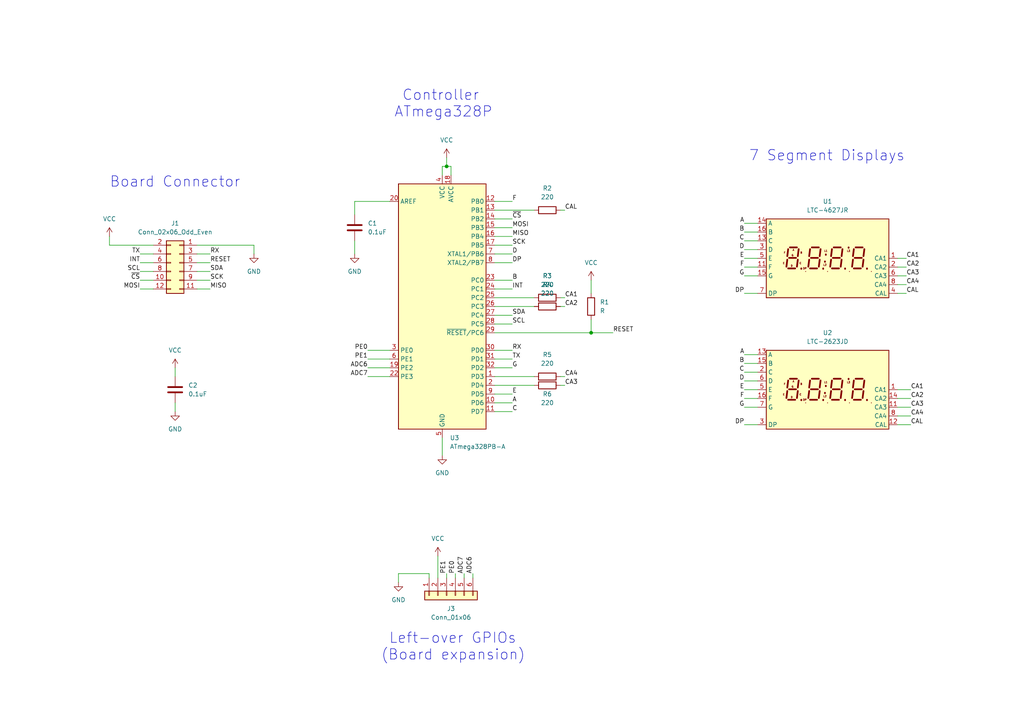
<source format=kicad_sch>
(kicad_sch (version 20230121) (generator eeschema)
  (paper "A4")
  (lib_symbols
    (symbol "7seg_lib:LTC-2623JD"
      (property "Reference" "U" (at -17.78 12.7 0))
      (property "Value" "LTC-2623JD" (at 17.78 12.7 0))
      (symbol "LTC-2623JD_0_1"
        (rectangle (start -17.78 11.43) (end 17.78 -11.43) (stroke (width 0.254)) (fill (type background)))
        (rectangle (start -6.35 -3.81) (end -6.35 -3.81) (stroke (width 0.254)))
        (rectangle (start 0 -3.81) (end 0 -3.81) (stroke (width 0.254)))
        (polyline (pts (xy -6.35 -3.81) (xy -6.35 -3.81)) (stroke (width 0.254)))
        (polyline (pts (xy 0 -3.81) (xy 0 -3.81)) (stroke (width 0.254)))
        (polyline (pts (xy 6.35 -3.81) (xy 6.35 -3.81)) (stroke (width 0.254)))
        (polyline (pts (xy 12.7 -3.81) (xy 12.7 -3.81)) (stroke (width 0.254)))
        (rectangle (start 6.35 -3.81) (end 6.35 -3.81) (stroke (width 0.254)))
        (rectangle (start 12.7 -3.81) (end 12.7 -3.81) (stroke (width 0.254)))
      )
      (symbol "LTC-2623JD_1_0"
        (text "A" (at -9.906 2.413 0) (effects (font (size 0.508 0.508))))
        (text "B" (at -7.62 1.651 0) (effects (font (size 0.508 0.508))))
        (text "C" (at -7.874 -1.397 0) (effects (font (size 0.508 0.508))))
        (text "D" (at -10.414 -2.159 0) (effects (font (size 0.508 0.508))))
        (text "DP" (at -6.604 -2.921 0) (effects (font (size 0.508 0.508))))
        (text "E" (at -12.7 -1.397 0) (effects (font (size 0.508 0.508))))
        (text "F" (at -12.446 1.651 0) (effects (font (size 0.508 0.508))))
        (text "G" (at -10.16 0.889 0) (effects (font (size 0.508 0.508))))
        (text "L1" (at -0.508 2.159 0) (effects (font (size 0.508 0.508))))
        (text "L2" (at -0.762 -1.905 0) (effects (font (size 0.508 0.508))))
        (text "L3" (at 6.096 2.159 0) (effects (font (size 0.508 0.508))))
      )
      (symbol "LTC-2623JD_1_1"
        (polyline (pts (xy -11.684 -0.381) (xy -11.938 -2.413)) (stroke (width 0.508)))
        (polyline (pts (xy -11.43 -2.921) (xy -9.398 -2.921)) (stroke (width 0.508)))
        (polyline (pts (xy -11.43 2.667) (xy -11.684 0.635)) (stroke (width 0.508)))
        (polyline (pts (xy -11.176 0.127) (xy -9.144 0.127)) (stroke (width 0.508)))
        (polyline (pts (xy -10.922 3.175) (xy -8.89 3.175)) (stroke (width 0.508)))
        (polyline (pts (xy -8.636 -0.381) (xy -8.89 -2.413)) (stroke (width 0.508)))
        (polyline (pts (xy -8.382 2.667) (xy -8.636 0.635)) (stroke (width 0.508)))
        (polyline (pts (xy -7.62 -3.048) (xy -7.62 -2.921)) (stroke (width 0.508)))
        (polyline (pts (xy -5.334 -0.381) (xy -5.588 -2.413)) (stroke (width 0.508)))
        (polyline (pts (xy -5.08 -2.921) (xy -3.048 -2.921)) (stroke (width 0.508)))
        (polyline (pts (xy -5.08 2.667) (xy -5.334 0.635)) (stroke (width 0.508)))
        (polyline (pts (xy -4.826 0.127) (xy -2.794 0.127)) (stroke (width 0.508)))
        (polyline (pts (xy -4.572 3.175) (xy -2.54 3.175)) (stroke (width 0.508)))
        (polyline (pts (xy -2.286 -0.381) (xy -2.54 -2.413)) (stroke (width 0.508)))
        (polyline (pts (xy -2.032 2.667) (xy -2.286 0.635)) (stroke (width 0.508)))
        (polyline (pts (xy -1.27 -3.048) (xy -1.27 -2.921)) (stroke (width 0.508)))
        (polyline (pts (xy -0.762 -1.016) (xy -0.762 -0.889)) (stroke (width 0.508)))
        (polyline (pts (xy -0.508 1.016) (xy -0.508 1.143)) (stroke (width 0.508)))
        (polyline (pts (xy 1.016 -0.381) (xy 0.762 -2.413)) (stroke (width 0.508)))
        (polyline (pts (xy 1.27 -2.921) (xy 3.302 -2.921)) (stroke (width 0.508)))
        (polyline (pts (xy 1.27 2.667) (xy 1.016 0.635)) (stroke (width 0.508)))
        (polyline (pts (xy 1.524 0.127) (xy 3.556 0.127)) (stroke (width 0.508)))
        (polyline (pts (xy 1.778 3.175) (xy 3.81 3.175)) (stroke (width 0.508)))
        (polyline (pts (xy 4.064 -0.381) (xy 3.81 -2.413)) (stroke (width 0.508)))
        (polyline (pts (xy 4.318 2.667) (xy 4.064 0.635)) (stroke (width 0.508)))
        (polyline (pts (xy 5.08 -3.048) (xy 5.08 -2.921)) (stroke (width 0.508)))
        (polyline (pts (xy 6.096 3.048) (xy 6.096 3.175)) (stroke (width 0.508)))
        (polyline (pts (xy 7.366 -0.381) (xy 7.112 -2.413)) (stroke (width 0.508)))
        (polyline (pts (xy 7.62 -2.921) (xy 9.652 -2.921)) (stroke (width 0.508)))
        (polyline (pts (xy 7.62 2.667) (xy 7.366 0.635)) (stroke (width 0.508)))
        (polyline (pts (xy 7.874 0.127) (xy 9.906 0.127)) (stroke (width 0.508)))
        (polyline (pts (xy 8.128 3.175) (xy 10.16 3.175)) (stroke (width 0.508)))
        (polyline (pts (xy 10.414 -0.381) (xy 10.16 -2.413)) (stroke (width 0.508)))
        (polyline (pts (xy 10.668 2.667) (xy 10.414 0.635)) (stroke (width 0.508)))
        (polyline (pts (xy 11.43 -3.048) (xy 11.43 -2.921)) (stroke (width 0.508)))
        (pin input line (at 20.32 0 180) (length 2.54) (name "CA1") (number "1"))
        (pin input line (at 20.32 -5.08 180) (length 2.54) (name "CA3") (number "11"))
        (pin input line (at 20.32 -10.16 180) (length 2.54) (name "CAL") (number "12"))
        (pin input line (at -20.32 10.16 0) (length 2.54) (name "A") (number "13"))
        (pin input line (at 20.32 -2.54 180) (length 2.54) (name "CA2") (number "14"))
        (pin input line (at -20.32 7.62 0) (length 2.54) (name "B") (number "15"))
        (pin input line (at -20.32 -2.54 0) (length 2.54) (name "F") (number "16"))
        (pin input line (at -20.32 5.08 0) (length 2.54) (name "C") (number "2"))
        (pin input line (at -20.32 -10.16 0) (length 2.54) (name "DP") (number "3"))
        (pin no_connect line (at 17.78 7.62 180) (length 2.54) hide (name "NC") (number "4"))
        (pin input line (at -20.32 0 0) (length 2.54) (name "E") (number "5"))
        (pin input line (at -20.32 2.54 0) (length 2.54) (name "D") (number "6"))
        (pin input line (at -20.32 -5.08 0) (length 2.54) (name "G") (number "7"))
        (pin input line (at 20.32 -7.62 180) (length 2.54) (name "CA4") (number "8"))
        (pin no_connect line (at 17.78 5.08 180) (length 2.54) hide (name "NC") (number "9"))
      )
    )
    (symbol "Connector_Generic:Conn_01x06" (pin_names (offset 1.016) hide)
      (property "Reference" "J" (at 0 7.62 0))
      (property "Value" "Conn_01x06" (at 0 -10.16 0))
      (symbol "Conn_01x06_1_1"
        (rectangle (start -1.27 -7.493) (end 0 -7.747) (stroke (width 0.1524)))
        (rectangle (start -1.27 -4.953) (end 0 -5.207) (stroke (width 0.1524)))
        (rectangle (start -1.27 -2.413) (end 0 -2.667) (stroke (width 0.1524)))
        (rectangle (start -1.27 0.127) (end 0 -0.127) (stroke (width 0.1524)))
        (rectangle (start -1.27 2.667) (end 0 2.413) (stroke (width 0.1524)))
        (rectangle (start -1.27 5.207) (end 0 4.953) (stroke (width 0.1524)))
        (rectangle (start -1.27 6.35) (end 1.27 -8.89) (stroke (width 0.254)) (fill (type background)))
        (pin passive line (at -5.08 5.08 0) (length 3.81) (name "Pin_1") (number "1"))
        (pin passive line (at -5.08 2.54 0) (length 3.81) (name "Pin_2") (number "2"))
        (pin passive line (at -5.08 0 0) (length 3.81) (name "Pin_3") (number "3"))
        (pin passive line (at -5.08 -2.54 0) (length 3.81) (name "Pin_4") (number "4"))
        (pin passive line (at -5.08 -5.08 0) (length 3.81) (name "Pin_5") (number "5"))
        (pin passive line (at -5.08 -7.62 0) (length 3.81) (name "Pin_6") (number "6"))
      )
    )
    (symbol "Connector_Generic:Conn_02x06_Odd_Even" (pin_names (offset 1.016) hide)
      (property "Reference" "J" (at 1.27 7.62 0))
      (property "Value" "Conn_02x06_Odd_Even" (at 1.27 -10.16 0))
      (symbol "Conn_02x06_Odd_Even_1_1"
        (rectangle (start -1.27 -7.493) (end 0 -7.747) (stroke (width 0.1524)))
        (rectangle (start -1.27 -4.953) (end 0 -5.207) (stroke (width 0.1524)))
        (rectangle (start -1.27 -2.413) (end 0 -2.667) (stroke (width 0.1524)))
        (rectangle (start -1.27 0.127) (end 0 -0.127) (stroke (width 0.1524)))
        (rectangle (start -1.27 2.667) (end 0 2.413) (stroke (width 0.1524)))
        (rectangle (start -1.27 5.207) (end 0 4.953) (stroke (width 0.1524)))
        (rectangle (start -1.27 6.35) (end 3.81 -8.89) (stroke (width 0.254)) (fill (type background)))
        (rectangle (start 3.81 -7.493) (end 2.54 -7.747) (stroke (width 0.1524)))
        (rectangle (start 3.81 -4.953) (end 2.54 -5.207) (stroke (width 0.1524)))
        (rectangle (start 3.81 -2.413) (end 2.54 -2.667) (stroke (width 0.1524)))
        (rectangle (start 3.81 0.127) (end 2.54 -0.127) (stroke (width 0.1524)))
        (rectangle (start 3.81 2.667) (end 2.54 2.413) (stroke (width 0.1524)))
        (rectangle (start 3.81 5.207) (end 2.54 4.953) (stroke (width 0.1524)))
        (pin passive line (at -5.08 5.08 0) (length 3.81) (name "Pin_1") (number "1"))
        (pin passive line (at 7.62 -5.08 180) (length 3.81) (name "Pin_10") (number "10"))
        (pin passive line (at -5.08 -7.62 0) (length 3.81) (name "Pin_11") (number "11"))
        (pin passive line (at 7.62 -7.62 180) (length 3.81) (name "Pin_12") (number "12"))
        (pin passive line (at 7.62 5.08 180) (length 3.81) (name "Pin_2") (number "2"))
        (pin passive line (at -5.08 2.54 0) (length 3.81) (name "Pin_3") (number "3"))
        (pin passive line (at 7.62 2.54 180) (length 3.81) (name "Pin_4") (number "4"))
        (pin passive line (at -5.08 0 0) (length 3.81) (name "Pin_5") (number "5"))
        (pin passive line (at 7.62 0 180) (length 3.81) (name "Pin_6") (number "6"))
        (pin passive line (at -5.08 -2.54 0) (length 3.81) (name "Pin_7") (number "7"))
        (pin passive line (at 7.62 -2.54 180) (length 3.81) (name "Pin_8") (number "8"))
        (pin passive line (at -5.08 -5.08 0) (length 3.81) (name "Pin_9") (number "9"))
      )
    )
    (symbol "Device:C" (pin_numbers hide) (pin_names (offset 0.254))
      (property "Reference" "C" (at 0.635 2.54 0))
      (property "Value" "C" (at 0.635 -2.54 0))
      (symbol "C_0_1"
        (polyline (pts (xy -2.032 -0.762) (xy 2.032 -0.762)) (stroke (width 0.508)))
        (polyline (pts (xy -2.032 0.762) (xy 2.032 0.762)) (stroke (width 0.508)))
      )
      (symbol "C_1_1"
        (pin passive line (at 0 3.81 270) (length 2.794) (name "~") (number "1"))
        (pin passive line (at 0 -3.81 90) (length 2.794) (name "~") (number "2"))
      )
    )
    (symbol "Device:R" (pin_numbers hide) (pin_names (offset 0))
      (property "Reference" "R" (at 2.032 0 90))
      (property "Value" "R" (at 0 0 90))
      (symbol "R_0_1"
        (rectangle (start -1.016 -2.54) (end 1.016 2.54) (stroke (width 0.254)))
      )
      (symbol "R_1_1"
        (pin passive line (at 0 3.81 270) (length 1.27) (name "~") (number "1"))
        (pin passive line (at 0 -3.81 90) (length 1.27) (name "~") (number "2"))
      )
    )
    (symbol "Display_Character:LTC-4627JR"
      (property "Reference" "U" (at -17.78 12.7 0))
      (property "Value" "LTC-4627JR" (at 17.78 12.7 0))
      (symbol "LTC-4627JR_0_1"
        (rectangle (start -17.78 -11.43) (end 17.78 11.43) (stroke (width 0.254)) (fill (type background)))
        (rectangle (start -6.35 -3.81) (end -6.35 -3.81) (stroke (width 0.254)))
        (rectangle (start 0 -3.81) (end 0 -3.81) (stroke (width 0.254)))
        (polyline (pts (xy -6.35 -3.81) (xy -6.35 -3.81)) (stroke (width 0.254)))
        (polyline (pts (xy 0 -3.81) (xy 0 -3.81)) (stroke (width 0.254)))
        (polyline (pts (xy 6.35 -3.81) (xy 6.35 -3.81)) (stroke (width 0.254)))
        (polyline (pts (xy 12.7 -3.81) (xy 12.7 -3.81)) (stroke (width 0.254)))
        (rectangle (start 6.35 -3.81) (end 6.35 -3.81) (stroke (width 0.254)))
        (rectangle (start 12.7 -3.81) (end 12.7 -3.81) (stroke (width 0.254)))
      )
      (symbol "LTC-4627JR_1_0"
        (text "A" (at -9.906 2.413 0) (effects (font (size 0.508 0.508))))
        (text "B" (at -7.62 1.651 0) (effects (font (size 0.508 0.508))))
        (text "C" (at -7.874 -1.397 0) (effects (font (size 0.508 0.508))))
        (text "D" (at -10.414 -2.159 0) (effects (font (size 0.508 0.508))))
        (text "DP" (at -6.604 -2.921 0) (effects (font (size 0.508 0.508))))
        (text "E" (at -12.7 -1.397 0) (effects (font (size 0.508 0.508))))
        (text "F" (at -12.446 1.651 0) (effects (font (size 0.508 0.508))))
        (text "G" (at -10.16 0.889 0) (effects (font (size 0.508 0.508))))
        (text "L1" (at -0.508 2.159 0) (effects (font (size 0.508 0.508))))
        (text "L2" (at -0.762 -1.905 0) (effects (font (size 0.508 0.508))))
        (text "L3" (at 6.096 2.159 0) (effects (font (size 0.508 0.508))))
      )
      (symbol "LTC-4627JR_1_1"
        (polyline (pts (xy -11.684 -0.381) (xy -11.938 -2.413)) (stroke (width 0.508)))
        (polyline (pts (xy -11.43 -2.921) (xy -9.398 -2.921)) (stroke (width 0.508)))
        (polyline (pts (xy -11.43 2.667) (xy -11.684 0.635)) (stroke (width 0.508)))
        (polyline (pts (xy -11.176 0.127) (xy -9.144 0.127)) (stroke (width 0.508)))
        (polyline (pts (xy -10.922 3.175) (xy -8.89 3.175)) (stroke (width 0.508)))
        (polyline (pts (xy -8.636 -0.381) (xy -8.89 -2.413)) (stroke (width 0.508)))
        (polyline (pts (xy -8.382 2.667) (xy -8.636 0.635)) (stroke (width 0.508)))
        (polyline (pts (xy -7.62 -3.048) (xy -7.62 -2.921)) (stroke (width 0.508)))
        (polyline (pts (xy -5.334 -0.381) (xy -5.588 -2.413)) (stroke (width 0.508)))
        (polyline (pts (xy -5.08 -2.921) (xy -3.048 -2.921)) (stroke (width 0.508)))
        (polyline (pts (xy -5.08 2.667) (xy -5.334 0.635)) (stroke (width 0.508)))
        (polyline (pts (xy -4.826 0.127) (xy -2.794 0.127)) (stroke (width 0.508)))
        (polyline (pts (xy -4.572 3.175) (xy -2.54 3.175)) (stroke (width 0.508)))
        (polyline (pts (xy -2.286 -0.381) (xy -2.54 -2.413)) (stroke (width 0.508)))
        (polyline (pts (xy -2.032 2.667) (xy -2.286 0.635)) (stroke (width 0.508)))
        (polyline (pts (xy -1.27 -3.048) (xy -1.27 -2.921)) (stroke (width 0.508)))
        (polyline (pts (xy -0.762 -1.016) (xy -0.762 -0.889)) (stroke (width 0.508)))
        (polyline (pts (xy -0.508 1.016) (xy -0.508 1.143)) (stroke (width 0.508)))
        (polyline (pts (xy 1.016 -0.381) (xy 0.762 -2.413)) (stroke (width 0.508)))
        (polyline (pts (xy 1.27 -2.921) (xy 3.302 -2.921)) (stroke (width 0.508)))
        (polyline (pts (xy 1.27 2.667) (xy 1.016 0.635)) (stroke (width 0.508)))
        (polyline (pts (xy 1.524 0.127) (xy 3.556 0.127)) (stroke (width 0.508)))
        (polyline (pts (xy 1.778 3.175) (xy 3.81 3.175)) (stroke (width 0.508)))
        (polyline (pts (xy 4.064 -0.381) (xy 3.81 -2.413)) (stroke (width 0.508)))
        (polyline (pts (xy 4.318 2.667) (xy 4.064 0.635)) (stroke (width 0.508)))
        (polyline (pts (xy 5.08 -3.048) (xy 5.08 -2.921)) (stroke (width 0.508)))
        (polyline (pts (xy 6.096 3.048) (xy 6.096 3.175)) (stroke (width 0.508)))
        (polyline (pts (xy 7.366 -0.381) (xy 7.112 -2.413)) (stroke (width 0.508)))
        (polyline (pts (xy 7.62 -2.921) (xy 9.652 -2.921)) (stroke (width 0.508)))
        (polyline (pts (xy 7.62 2.667) (xy 7.366 0.635)) (stroke (width 0.508)))
        (polyline (pts (xy 7.874 0.127) (xy 9.906 0.127)) (stroke (width 0.508)))
        (polyline (pts (xy 8.128 3.175) (xy 10.16 3.175)) (stroke (width 0.508)))
        (polyline (pts (xy 10.414 -0.381) (xy 10.16 -2.413)) (stroke (width 0.508)))
        (polyline (pts (xy 10.668 2.667) (xy 10.414 0.635)) (stroke (width 0.508)))
        (polyline (pts (xy 11.43 -3.048) (xy 11.43 -2.921)) (stroke (width 0.508)))
        (pin input line (at 20.32 0 180) (length 2.54) (name "CA1") (number "1"))
        (pin input line (at -20.32 -2.54 0) (length 2.54) (name "F") (number "11"))
        (pin input line (at -20.32 5.08 0) (length 2.54) (name "C") (number "13"))
        (pin input line (at -20.32 10.16 0) (length 2.54) (name "A") (number "14"))
        (pin input line (at -20.32 -5.08 0) (length 2.54) (name "G") (number "15"))
        (pin input line (at -20.32 7.62 0) (length 2.54) (name "B") (number "16"))
        (pin input line (at 20.32 -2.54 180) (length 2.54) (name "CA2") (number "2"))
        (pin input line (at -20.32 2.54 0) (length 2.54) (name "D") (number "3"))
        (pin input line (at 20.32 -10.16 180) (length 2.54) (name "CAL") (number "4"))
        (pin input line (at -20.32 0 0) (length 2.54) (name "E") (number "5"))
        (pin input line (at 20.32 -5.08 180) (length 2.54) (name "CA3") (number "6"))
        (pin input line (at -20.32 -10.16 0) (length 2.54) (name "DP") (number "7"))
        (pin input line (at 20.32 -7.62 180) (length 2.54) (name "CA4") (number "8"))
        (pin no_connect line (at 17.78 7.62 180) (length 2.54) hide (name "NC") (number "9"))
      )
    )
    (symbol "MCU_Microchip_ATmega:ATmega328PB-A"
      (property "Reference" "U" (at -12.7 36.83 0))
      (property "Value" "ATmega328PB-A" (at 2.54 -36.83 0))
      (symbol "ATmega328PB-A_0_1"
        (rectangle (start -12.7 -35.56) (end 12.7 35.56) (stroke (width 0.254)) (fill (type background)))
      )
      (symbol "ATmega328PB-A_1_1"
        (pin bidirectional line (at 15.24 -20.32 180) (length 2.54) (name "PD3") (number "1"))
        (pin bidirectional line (at 15.24 -27.94 180) (length 2.54) (name "PD6") (number "10"))
        (pin bidirectional line (at 15.24 -30.48 180) (length 2.54) (name "PD7") (number "11"))
        (pin bidirectional line (at 15.24 30.48 180) (length 2.54) (name "PB0") (number "12"))
        (pin bidirectional line (at 15.24 27.94 180) (length 2.54) (name "PB1") (number "13"))
        (pin bidirectional line (at 15.24 25.4 180) (length 2.54) (name "PB2") (number "14"))
        (pin bidirectional line (at 15.24 22.86 180) (length 2.54) (name "PB3") (number "15"))
        (pin bidirectional line (at 15.24 20.32 180) (length 2.54) (name "PB4") (number "16"))
        (pin bidirectional line (at 15.24 17.78 180) (length 2.54) (name "PB5") (number "17"))
        (pin power_in line (at 2.54 38.1 270) (length 2.54) (name "AVCC") (number "18"))
        (pin bidirectional line (at -15.24 -17.78 0) (length 2.54) (name "PE2") (number "19"))
        (pin bidirectional line (at 15.24 -22.86 180) (length 2.54) (name "PD4") (number "2"))
        (pin passive line (at -15.24 30.48 0) (length 2.54) (name "AREF") (number "20"))
        (pin passive line (at 0 -38.1 90) (length 2.54) hide (name "GND") (number "21"))
        (pin bidirectional line (at -15.24 -20.32 0) (length 2.54) (name "PE3") (number "22"))
        (pin bidirectional line (at 15.24 7.62 180) (length 2.54) (name "PC0") (number "23"))
        (pin bidirectional line (at 15.24 5.08 180) (length 2.54) (name "PC1") (number "24"))
        (pin bidirectional line (at 15.24 2.54 180) (length 2.54) (name "PC2") (number "25"))
        (pin bidirectional line (at 15.24 0 180) (length 2.54) (name "PC3") (number "26"))
        (pin bidirectional line (at 15.24 -2.54 180) (length 2.54) (name "PC4") (number "27"))
        (pin bidirectional line (at 15.24 -5.08 180) (length 2.54) (name "PC5") (number "28"))
        (pin bidirectional line (at 15.24 -7.62 180) (length 2.54) (name "~{RESET}/PC6") (number "29"))
        (pin bidirectional line (at -15.24 -12.7 0) (length 2.54) (name "PE0") (number "3"))
        (pin bidirectional line (at 15.24 -12.7 180) (length 2.54) (name "PD0") (number "30"))
        (pin bidirectional line (at 15.24 -15.24 180) (length 2.54) (name "PD1") (number "31"))
        (pin bidirectional line (at 15.24 -17.78 180) (length 2.54) (name "PD2") (number "32"))
        (pin power_in line (at 0 38.1 270) (length 2.54) (name "VCC") (number "4"))
        (pin power_in line (at 0 -38.1 90) (length 2.54) (name "GND") (number "5"))
        (pin bidirectional line (at -15.24 -15.24 0) (length 2.54) (name "PE1") (number "6"))
        (pin bidirectional line (at 15.24 15.24 180) (length 2.54) (name "XTAL1/PB6") (number "7"))
        (pin bidirectional line (at 15.24 12.7 180) (length 2.54) (name "XTAL2/PB7") (number "8"))
        (pin bidirectional line (at 15.24 -25.4 180) (length 2.54) (name "PD5") (number "9"))
      )
    )
    (symbol "power:GND" (power) (pin_names (offset 0))
      (property "Value" "GND" (at 0 -3.81 0))
      (symbol "GND_0_1"
        (polyline (pts (xy 0 0) (xy 0 -1.27) (xy 1.27 -1.27) (xy 0 -2.54) (xy -1.27 -1.27) (xy 0 -1.27)))
      )
      (symbol "GND_1_1"
        (pin power_in line (at 0 0 270) (length 0) hide (name "GND") (number "1"))
      )
    )
    (symbol "power:VCC" (power) (pin_names (offset 0))
      (property "Value" "VCC" (at 0 3.81 0))
      (symbol "VCC_0_1"
        (polyline (pts (xy -0.762 1.27) (xy 0 2.54)))
        (polyline (pts (xy 0 0) (xy 0 2.54)))
        (polyline (pts (xy 0 2.54) (xy 0.762 1.27)))
      )
      (symbol "VCC_1_1"
        (pin power_in line (at 0 0 90) (length 0) hide (name "VCC") (number "1"))
      )
    )
  )
  (junction (at 171.45 96.52))
  (junction (at 129.54 48.26))
  (wire (pts (xy 143.51 106.68) (xy 148.59 106.68)))
  (wire (pts (xy 143.51 66.04) (xy 148.59 66.04)))
  (wire (pts (xy 215.9 77.47) (xy 219.71 77.47)))
  (wire (pts (xy 44.45 71.12) (xy 31.75 71.12)))
  (wire (pts (xy 129.54 45.72) (xy 129.54 48.26)))
  (wire (pts (xy 162.56 111.76) (xy 163.83 111.76)))
  (wire (pts (xy 264.16 115.57) (xy 260.35 115.57)))
  (wire (pts (xy 143.51 91.44) (xy 148.59 91.44)))
  (wire (pts (xy 215.9 110.49) (xy 219.71 110.49)))
  (wire (pts (xy 115.57 166.37) (xy 115.57 168.91)))
  (wire (pts (xy 171.45 92.71) (xy 171.45 96.52)))
  (wire (pts (xy 73.66 71.12) (xy 73.66 73.66)))
  (wire (pts (xy 262.89 82.55) (xy 260.35 82.55)))
  (wire (pts (xy 106.68 104.14) (xy 113.03 104.14)))
  (wire (pts (xy 143.51 60.96) (xy 154.94 60.96)))
  (wire (pts (xy 60.96 73.66) (xy 57.15 73.66)))
  (wire (pts (xy 143.51 116.84) (xy 148.59 116.84)))
  (wire (pts (xy 60.96 83.82) (xy 57.15 83.82)))
  (wire (pts (xy 215.9 64.77) (xy 219.71 64.77)))
  (wire (pts (xy 128.27 48.26) (xy 128.27 50.8)))
  (wire (pts (xy 215.9 115.57) (xy 219.71 115.57)))
  (wire (pts (xy 124.46 166.37) (xy 115.57 166.37)))
  (wire (pts (xy 262.89 77.47) (xy 260.35 77.47)))
  (wire (pts (xy 143.51 71.12) (xy 148.59 71.12)))
  (wire (pts (xy 60.96 76.2) (xy 57.15 76.2)))
  (wire (pts (xy 171.45 96.52) (xy 177.8 96.52)))
  (wire (pts (xy 143.51 63.5) (xy 148.59 63.5)))
  (wire (pts (xy 215.9 85.09) (xy 219.71 85.09)))
  (wire (pts (xy 215.9 69.85) (xy 219.71 69.85)))
  (wire (pts (xy 143.51 58.42) (xy 148.59 58.42)))
  (wire (pts (xy 44.45 73.66) (xy 40.64 73.66)))
  (wire (pts (xy 106.68 101.6) (xy 113.03 101.6)))
  (wire (pts (xy 57.15 71.12) (xy 73.66 71.12)))
  (wire (pts (xy 162.56 109.22) (xy 163.83 109.22)))
  (wire (pts (xy 127 161.29) (xy 127 167.64)))
  (wire (pts (xy 215.9 123.19) (xy 219.71 123.19)))
  (wire (pts (xy 102.87 69.85) (xy 102.87 73.66)))
  (wire (pts (xy 143.51 86.36) (xy 154.94 86.36)))
  (wire (pts (xy 264.16 113.03) (xy 260.35 113.03)))
  (wire (pts (xy 162.56 86.36) (xy 163.83 86.36)))
  (wire (pts (xy 132.08 166.37) (xy 132.08 167.64)))
  (wire (pts (xy 215.9 80.01) (xy 219.71 80.01)))
  (wire (pts (xy 162.56 60.96) (xy 163.83 60.96)))
  (wire (pts (xy 50.8 106.68) (xy 50.8 109.22)))
  (wire (pts (xy 44.45 81.28) (xy 40.64 81.28)))
  (wire (pts (xy 262.89 85.09) (xy 260.35 85.09)))
  (wire (pts (xy 264.16 118.11) (xy 260.35 118.11)))
  (wire (pts (xy 134.62 166.37) (xy 134.62 167.64)))
  (wire (pts (xy 215.9 72.39) (xy 219.71 72.39)))
  (wire (pts (xy 31.75 71.12) (xy 31.75 68.58)))
  (wire (pts (xy 124.46 167.64) (xy 124.46 166.37)))
  (wire (pts (xy 143.51 109.22) (xy 154.94 109.22)))
  (wire (pts (xy 50.8 116.84) (xy 50.8 119.38)))
  (wire (pts (xy 130.81 48.26) (xy 129.54 48.26)))
  (wire (pts (xy 143.51 88.9) (xy 154.94 88.9)))
  (wire (pts (xy 128.27 127) (xy 128.27 132.08)))
  (wire (pts (xy 215.9 113.03) (xy 219.71 113.03)))
  (wire (pts (xy 129.54 48.26) (xy 128.27 48.26)))
  (wire (pts (xy 215.9 67.31) (xy 219.71 67.31)))
  (wire (pts (xy 143.51 81.28) (xy 148.59 81.28)))
  (wire (pts (xy 44.45 76.2) (xy 40.64 76.2)))
  (wire (pts (xy 106.68 109.22) (xy 113.03 109.22)))
  (wire (pts (xy 262.89 80.01) (xy 260.35 80.01)))
  (wire (pts (xy 60.96 81.28) (xy 57.15 81.28)))
  (wire (pts (xy 143.51 96.52) (xy 171.45 96.52)))
  (wire (pts (xy 143.51 101.6) (xy 148.59 101.6)))
  (wire (pts (xy 129.54 166.37) (xy 129.54 167.64)))
  (wire (pts (xy 102.87 58.42) (xy 102.87 62.23)))
  (wire (pts (xy 162.56 88.9) (xy 163.83 88.9)))
  (wire (pts (xy 143.51 73.66) (xy 148.59 73.66)))
  (wire (pts (xy 215.9 105.41) (xy 219.71 105.41)))
  (wire (pts (xy 113.03 58.42) (xy 102.87 58.42)))
  (wire (pts (xy 215.9 74.93) (xy 219.71 74.93)))
  (wire (pts (xy 130.81 50.8) (xy 130.81 48.26)))
  (wire (pts (xy 143.51 83.82) (xy 148.59 83.82)))
  (wire (pts (xy 143.51 93.98) (xy 148.59 93.98)))
  (wire (pts (xy 44.45 78.74) (xy 40.64 78.74)))
  (wire (pts (xy 44.45 83.82) (xy 40.64 83.82)))
  (wire (pts (xy 215.9 107.95) (xy 219.71 107.95)))
  (wire (pts (xy 215.9 102.87) (xy 219.71 102.87)))
  (wire (pts (xy 143.51 104.14) (xy 148.59 104.14)))
  (wire (pts (xy 262.89 74.93) (xy 260.35 74.93)))
  (wire (pts (xy 143.51 111.76) (xy 154.94 111.76)))
  (wire (pts (xy 264.16 120.65) (xy 260.35 120.65)))
  (wire (pts (xy 143.51 68.58) (xy 148.59 68.58)))
  (wire (pts (xy 137.16 166.37) (xy 137.16 167.64)))
  (wire (pts (xy 60.96 78.74) (xy 57.15 78.74)))
  (wire (pts (xy 143.51 76.2) (xy 148.59 76.2)))
  (wire (pts (xy 143.51 119.38) (xy 148.59 119.38)))
  (wire (pts (xy 171.45 81.28) (xy 171.45 85.09)))
  (wire (pts (xy 106.68 106.68) (xy 113.03 106.68)))
  (wire (pts (xy 215.9 118.11) (xy 219.71 118.11)))
  (wire (pts (xy 264.16 123.19) (xy 260.35 123.19)))
  (wire (pts (xy 143.51 114.3) (xy 148.59 114.3)))
  (text "Board Connector" (at 31.75 54.61 0) (effects (font (size 3 3)) (justify left bottom)))
  (text " Controller\nATmega328P" (at 114.3 34.29 0) (effects (font (size 3 3)) (justify left bottom)))
  (text " Left-over GPIOs\n(Board expansion)" (at 110.49 191.77 0) (effects (font (size 3 3)) (justify left bottom)))
  (text "7 Segment Displays" (at 217.17 46.99 0) (effects (font (size 3 3)) (justify left bottom)))
  (label "D" (at 215.9 110.49 180))
  (label "ADC7" (at 106.68 109.22 180))
  (label "CA2" (at 163.83 88.9 0))
  (label "RX" (at 60.96 73.66 0))
  (label "PE1" (at 106.68 104.14 180))
  (label "TX" (at 148.59 104.14 0))
  (label "B" (at 215.9 67.31 180))
  (label "INT" (at 40.64 76.2 180))
  (label "PE1" (at 129.54 166.37 90))
  (label "G" (at 215.9 80.01 180))
  (label "B" (at 215.9 105.41 180))
  (label "CA2" (at 264.16 115.57 0))
  (label "C" (at 215.9 107.95 180))
  (label "MISO" (at 148.59 68.58 0))
  (label "DP" (at 148.59 76.2 0))
  (label "ADC6" (at 106.68 106.68 180))
  (label "CAL" (at 264.16 123.19 0))
  (label "MOSI" (at 40.64 83.82 180))
  (label "G" (at 148.59 106.68 0))
  (label "CAL" (at 262.89 85.09 0))
  (label "F" (at 148.59 58.42 0))
  (label "SDA" (at 60.96 78.74 0))
  (label "CA4" (at 264.16 120.65 0))
  (label "CA3" (at 264.16 118.11 0))
  (label "PE0" (at 132.08 166.37 90))
  (label "D" (at 148.59 73.66 0))
  (label "SCK" (at 60.96 81.28 0))
  (label "CA1" (at 264.16 113.03 0))
  (label "~{CS}" (at 148.59 63.5 0))
  (label "INT" (at 148.59 83.82 0))
  (label "PE0" (at 106.68 101.6 180))
  (label "B" (at 148.59 81.28 0))
  (label "F" (at 215.9 115.57 180))
  (label "RESET" (at 177.8 96.52 0))
  (label "SCL" (at 148.59 93.98 0))
  (label "SCK" (at 148.59 71.12 0))
  (label "DP" (at 215.9 85.09 180))
  (label "CA1" (at 262.89 74.93 0))
  (label "MISO" (at 60.96 83.82 0))
  (label "ADC6" (at 137.16 166.37 90))
  (label "E" (at 215.9 113.03 180))
  (label "A" (at 215.9 102.87 180))
  (label "E" (at 148.59 114.3 0))
  (label "DP" (at 215.9 123.19 180))
  (label "A" (at 215.9 64.77 180))
  (label "CA4" (at 163.83 109.22 0))
  (label "TX" (at 40.64 73.66 180))
  (label "CA1" (at 163.83 86.36 0))
  (label "SDA" (at 148.59 91.44 0))
  (label "C" (at 215.9 69.85 180))
  (label "MOSI" (at 148.59 66.04 0))
  (label "~{CS}" (at 40.64 81.28 180))
  (label "F" (at 215.9 77.47 180))
  (label "SCL" (at 40.64 78.74 180))
  (label "G" (at 215.9 118.11 180))
  (label "CA4" (at 262.89 82.55 0))
  (label "D" (at 215.9 72.39 180))
  (label "RESET" (at 60.96 76.2 0))
  (label "CA3" (at 163.83 111.76 0))
  (label "ADC7" (at 134.62 166.37 90))
  (label "CA3" (at 262.89 80.01 0))
  (label "RX" (at 148.59 101.6 0))
  (label "A" (at 148.59 116.84 0))
  (label "CA2" (at 262.89 77.47 0))
  (label "CAL" (at 163.83 60.96 0))
  (label "C" (at 148.59 119.38 0))
  (label "E" (at 215.9 74.93 180))
  (symbol (lib_id "Device:C") (at 50.8 113.03 0) (unit 1)
    (property "Reference" "C2" (at 54.61 111.76 0) (effects (justify left)))
    (property "Value" "0.1uF" (at 54.61 114.3 0) (effects (justify left)))
    (property "Footprint" "Capacitor_SMD:C_1206_3216Metric_Pad1.33x1.80mm_HandSolder" (effects hide))
  )
  (symbol (lib_id "Connector_Generic:Conn_01x06") (at 129.54 172.72 90) (mirror x) (unit 1)
    (property "Reference" "J3" (at 130.81 176.53 90))
    (property "Value" "Conn_01x06" (at 130.81 179.07 90))
    (property "Footprint" "Connector_PinHeader_2.54mm:PinHeader_1x06_P2.54mm_Vertical" (effects hide))
  )
  (symbol (lib_id "power:VCC") (at 127 161.29 0) (unit 1)
    (property "Reference" "#PWR010" (effects hide))
    (property "Value" "VCC" (at 127 156.21 0))
  )
  (symbol (lib_id "Connector_Generic:Conn_02x06_Odd_Even") (at 52.07 76.2 0) (mirror y) (unit 1)
    (property "Reference" "J1" (at 50.8 64.77 0))
    (property "Value" "Conn_02x06_Odd_Even" (at 50.8 67.31 0))
    (property "Footprint" "Connector_PinHeader_2.54mm:PinHeader_2x06_P2.54mm_Vertical" (effects hide))
  )
  (symbol (lib_id "power:VCC") (at 31.75 68.58 0) (unit 1)
    (property "Reference" "#PWR07" (effects hide))
    (property "Value" "VCC" (at 31.75 63.5 0))
  )
  (symbol (lib_id "MCU_Microchip_ATmega:ATmega328PB-A") (at 128.27 88.9 0) (unit 1)
    (property "Reference" "U3" (at 130.4641 127 0) (effects (justify left)))
    (property "Value" "ATmega328PB-A" (at 130.4641 129.54 0) (effects (justify left)))
    (property "Footprint" "Package_QFP:TQFP-32_7x7mm_P0.8mm" (effects hide))
    (property "Datasheet" "http://ww1.microchip.com/downloads/en/DeviceDoc/40001906C.pdf" (effects hide))
  )
  (symbol (lib_id "Device:R") (at 158.75 60.96 90) (unit 1)
    (property "Reference" "R2" (at 158.75 54.61 90))
    (property "Value" "220" (at 158.75 57.15 90))
    (property "Footprint" "Resistor_SMD:R_1206_3216Metric_Pad1.30x1.75mm_HandSolder" (effects hide))
  )
  (symbol (lib_id "Device:R") (at 171.45 88.9 0) (unit 1)
    (property "Reference" "R1" (at 173.99 87.63 0) (effects (justify left)))
    (property "Value" "R" (at 173.99 90.17 0) (effects (justify left)))
    (property "Footprint" "Resistor_SMD:R_1206_3216Metric_Pad1.30x1.75mm_HandSolder" (effects hide))
  )
  (symbol (lib_id "power:GND") (at 115.57 168.91 0) (unit 1)
    (property "Reference" "#PWR09" (effects hide))
    (property "Value" "GND" (at 115.57 173.99 0))
  )
  (symbol (lib_id "Device:R") (at 158.75 88.9 90) (unit 1)
    (property "Reference" "R4" (at 158.75 82.55 90))
    (property "Value" "220" (at 158.75 85.09 90))
    (property "Footprint" "Resistor_SMD:R_1206_3216Metric_Pad1.30x1.75mm_HandSolder" (effects hide))
  )
  (symbol (lib_id "power:GND") (at 50.8 119.38 0) (unit 1)
    (property "Reference" "#PWR01" (effects hide))
    (property "Value" "GND" (at 50.8 124.46 0))
  )
  (symbol (lib_id "power:VCC") (at 171.45 81.28 0) (unit 1)
    (property "Reference" "#PWR03" (effects hide))
    (property "Value" "VCC" (at 171.45 76.2 0))
  )
  (symbol (lib_id "power:VCC") (at 129.54 45.72 0) (unit 1)
    (property "Reference" "#PWR05" (effects hide))
    (property "Value" "VCC" (at 129.54 40.64 0))
  )
  (symbol (lib_id "Device:R") (at 158.75 109.22 90) (unit 1)
    (property "Reference" "R5" (at 158.75 102.87 90))
    (property "Value" "220" (at 158.75 105.41 90))
    (property "Footprint" "Resistor_SMD:R_1206_3216Metric_Pad1.30x1.75mm_HandSolder" (effects hide))
  )
  (symbol (lib_id "power:GND") (at 128.27 132.08 0) (unit 1)
    (property "Reference" "#PWR06" (effects hide))
    (property "Value" "GND" (at 128.27 137.16 0))
  )
  (symbol (lib_id "power:GND") (at 73.66 73.66 0) (mirror y) (unit 1)
    (property "Reference" "#PWR08" (effects hide))
    (property "Value" "GND" (at 73.66 78.74 0))
  )
  (symbol (lib_id "7seg_lib:LTC-2623JD") (at 240.03 113.03 0) (unit 1)
    (property "Reference" "U2" (at 240.03 96.52 0))
    (property "Value" "LTC-2623JD" (at 240.03 99.06 0))
    (property "Footprint" "Display_7Segment:LTC-2623Jx" (effects hide))
    (property "Datasheet" "https://optoelectronics.liteon.com/upload/download/DS30-2001-101/C2623JD.pdf" (effects hide))
  )
  (symbol (lib_id "Device:C") (at 102.87 66.04 0) (unit 1)
    (property "Reference" "C1" (at 106.68 64.77 0) (effects (justify left)))
    (property "Value" "0.1uF" (at 106.68 67.31 0) (effects (justify left)))
    (property "Footprint" "Capacitor_SMD:C_1206_3216Metric_Pad1.33x1.80mm_HandSolder" (effects hide))
  )
  (symbol (lib_id "Display_Character:LTC-4627JR") (at 240.03 74.93 0) (unit 1)
    (property "Reference" "U1" (at 240.03 58.42 0))
    (property "Value" "LTC-4627JR" (at 240.03 60.96 0))
    (property "Footprint" "Display_7Segment:LTC-4627Jx" (effects hide))
    (property "Datasheet" "http://optoelectronics.liteon.com/upload/download/DS30-2000-185/LTC-4627JR.pdf" (effects hide))
  )
  (symbol (lib_id "power:VCC") (at 50.8 106.68 0) (unit 1)
    (property "Reference" "#PWR02" (effects hide))
    (property "Value" "VCC" (at 50.8 101.6 0))
  )
  (symbol (lib_id "Device:R") (at 158.75 86.36 90) (unit 1)
    (property "Reference" "R3" (at 158.75 80.01 90))
    (property "Value" "220" (at 158.75 82.55 90))
    (property "Footprint" "Resistor_SMD:R_1206_3216Metric_Pad1.30x1.75mm_HandSolder" (effects hide))
  )
  (symbol (lib_id "Device:R") (at 158.75 111.76 90) (unit 1)
    (property "Reference" "R6" (at 158.75 114.3 90))
    (property "Value" "220" (at 158.75 116.84 90))
    (property "Footprint" "Resistor_SMD:R_1206_3216Metric_Pad1.30x1.75mm_HandSolder" (effects hide))
  )
  (symbol (lib_id "power:GND") (at 102.87 73.66 0) (unit 1)
    (property "Reference" "#PWR04" (effects hide))
    (property "Value" "GND" (at 102.87 78.74 0))
  )
)
</source>
